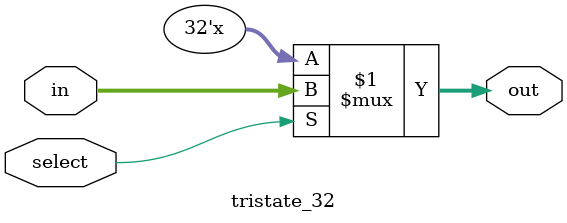
<source format=v>
module tristate_32(out, in, select);

	input [31:0] in;
    input select;

    output [31:0] out;

    assign out = select ? in : 32'bz;

endmodule

</source>
